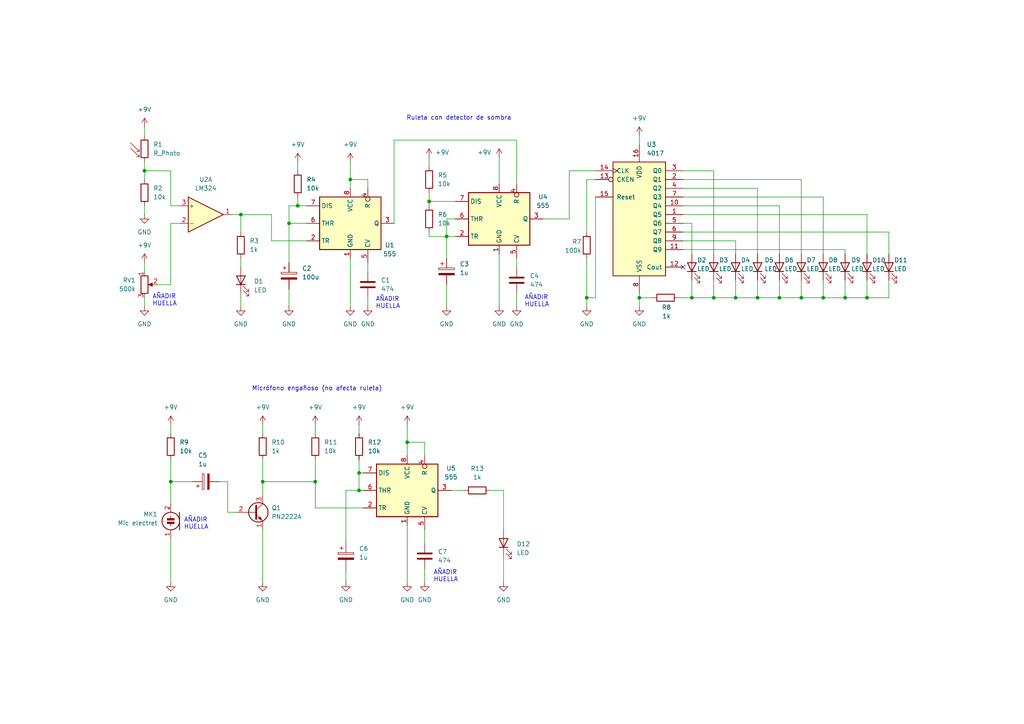
<source format=kicad_sch>
(kicad_sch (version 20250114) (generator "eeschema") (generator_version "9.0")
  (paper "A4")
  (title_block (title "Proyecto-02 - Grupo 05"))
  (lib_symbols
    (symbol "4xxx:4017" (pin_names (offset 1.016))
      (property "Reference" "U" (at -7.62 16.51 0))
      (property "Value" "4017" (at -7.62 -19.05 0))
      (symbol "4017_1_0"
        (pin input clock (at -12.7 12.7 0) (length 5.08) (name "CLK") (number "14"))
        (pin input inverted (at -12.7 10.16 0) (length 5.08) (name "CKEN") (number "13"))
        (pin input line (at -12.7 5.08 0) (length 5.08) (name "Reset") (number "15"))
        (pin power_in line (at 0 20.32 270) (length 5.08) (name "VDD") (number "16"))
        (pin power_in line (at 0 -22.86 90) (length 5.08) (name "VSS") (number "8"))
        (pin output line (at 12.7 12.7 180) (length 5.08) (name "Q0") (number "3"))
        (pin output line (at 12.7 10.16 180) (length 5.08) (name "Q1") (number "2"))
        (pin output line (at 12.7 7.62 180) (length 5.08) (name "Q2") (number "4"))
        (pin output line (at 12.7 5.08 180) (length 5.08) (name "Q3") (number "7"))
        (pin output line (at 12.7 2.54 180) (length 5.08) (name "Q4") (number "10"))
        (pin output line (at 12.7 0 180) (length 5.08) (name "Q5") (number "1"))
        (pin output line (at 12.7 -2.54 180) (length 5.08) (name "Q6") (number "5"))
        (pin output line (at 12.7 -5.08 180) (length 5.08) (name "Q7") (number "6"))
        (pin output line (at 12.7 -7.62 180) (length 5.08) (name "Q8") (number "9"))
        (pin output line (at 12.7 -10.16 180) (length 5.08) (name "Q9") (number "11"))
        (pin output line (at 12.7 -15.24 180) (length 5.08) (name "Cout") (number "12"))
      )
      (symbol "4017_1_1"
        (rectangle (start -7.62 15.24) (end 7.62 -17.78) (stroke (width 0.254)) (fill (type background)))
      )
    )
    (symbol "555_ordenado:555_wellOriented"
      (property "Reference" "U" (at 0 1.27 0))
      (property "Value" "555" (at 0 -0.762 0))
      (symbol "555_wellOriented_0_0"
        (pin power_in line (at 0 10.16 270) (length 2.54) (name "VCC") (number "8"))
        (pin power_in line (at 0 -10.16 90) (length 2.54) (name "GND") (number "1"))
      )
      (symbol "555_wellOriented_0_1"
        (rectangle (start -8.89 -7.62) (end 8.89 7.62) (stroke (width 0.254)) (fill (type background)))
        (rectangle (start -8.89 -7.62) (end 8.89 7.62) (stroke (width 0.254)) (fill (type background)))
      )
      (symbol "555_wellOriented_1_1"
        (pin input line (at -12.7 5.08 0) (length 3.81) (name "DIS") (number "7"))
        (pin input line (at -12.7 0 0) (length 3.81) (name "THR") (number "6"))
        (pin input line (at -12.7 -5.08 0) (length 3.81) (name "TR") (number "2"))
        (pin input inverted (at 5.08 10.16 270) (length 3.81) (name "R") (number "4"))
        (pin input line (at 5.08 -11.43 90) (length 3.81) (name "CV") (number "5"))
        (pin output line (at 12.7 0 180) (length 3.81) (name "Q") (number "3"))
      )
    )
    (symbol "Amplifier_Operational:LM324" (pin_names (offset 0.127))
      (property "Reference" "U" (at 0 5.08 0))
      (property "Value" "LM324" (at 0 -5.08 0))
      (symbol "LM324_1_1"
        (polyline (pts (xy -5.08 5.08) (xy 5.08 0) (xy -5.08 -5.08) (xy -5.08 5.08)) (stroke (width 0.254)) (fill (type background)))
        (pin input line (at -7.62 2.54 0) (length 2.54) (name "+") (number "3"))
        (pin input line (at -7.62 -2.54 0) (length 2.54) (name "-") (number "2"))
        (pin output line (at 7.62 0 180) (length 2.54) (name "~") (number "1"))
      )
      (symbol "LM324_2_1"
        (polyline (pts (xy -5.08 5.08) (xy 5.08 0) (xy -5.08 -5.08) (xy -5.08 5.08)) (stroke (width 0.254)) (fill (type background)))
        (pin input line (at -7.62 2.54 0) (length 2.54) (name "+") (number "5"))
        (pin input line (at -7.62 -2.54 0) (length 2.54) (name "-") (number "6"))
        (pin output line (at 7.62 0 180) (length 2.54) (name "~") (number "7"))
      )
      (symbol "LM324_3_1"
        (polyline (pts (xy -5.08 5.08) (xy 5.08 0) (xy -5.08 -5.08) (xy -5.08 5.08)) (stroke (width 0.254)) (fill (type background)))
        (pin input line (at -7.62 2.54 0) (length 2.54) (name "+") (number "10"))
        (pin input line (at -7.62 -2.54 0) (length 2.54) (name "-") (number "9"))
        (pin output line (at 7.62 0 180) (length 2.54) (name "~") (number "8"))
      )
      (symbol "LM324_4_1"
        (polyline (pts (xy -5.08 5.08) (xy 5.08 0) (xy -5.08 -5.08) (xy -5.08 5.08)) (stroke (width 0.254)) (fill (type background)))
        (pin input line (at -7.62 2.54 0) (length 2.54) (name "+") (number "12"))
        (pin input line (at -7.62 -2.54 0) (length 2.54) (name "-") (number "13"))
        (pin output line (at 7.62 0 180) (length 2.54) (name "~") (number "14"))
      )
      (symbol "LM324_5_1"
        (pin power_in line (at -2.54 7.62 270) (length 3.81) (name "V+") (number "4"))
        (pin power_in line (at -2.54 -7.62 90) (length 3.81) (name "V-") (number "11"))
      )
    )
    (symbol "Device:C" (pin_numbers (hide yes)) (pin_names (offset 0.254))
      (property "Reference" "C" (at 0.635 2.54 0))
      (property "Value" "C" (at 0.635 -2.54 0))
      (symbol "C_0_1"
        (polyline (pts (xy -2.032 0.762) (xy 2.032 0.762)) (stroke (width 0.508)))
        (polyline (pts (xy -2.032 -0.762) (xy 2.032 -0.762)) (stroke (width 0.508)))
      )
      (symbol "C_1_1"
        (pin passive line (at 0 3.81 270) (length 2.794) (name "~") (number "1"))
        (pin passive line (at 0 -3.81 90) (length 2.794) (name "~") (number "2"))
      )
    )
    (symbol "Device:C_Polarized" (pin_numbers (hide yes)) (pin_names (offset 0.254))
      (property "Reference" "C" (at 0.635 2.54 0))
      (property "Value" "C_Polarized" (at 0.635 -2.54 0))
      (symbol "C_Polarized_0_1"
        (rectangle (start -2.286 0.508) (end 2.286 1.016))
        (polyline (pts (xy -1.778 2.286) (xy -0.762 2.286)))
        (polyline (pts (xy -1.27 2.794) (xy -1.27 1.778)))
        (rectangle (start 2.286 -0.508) (end -2.286 -1.016) (fill (type outline)))
      )
      (symbol "C_Polarized_1_1"
        (pin passive line (at 0 3.81 270) (length 2.794) (name "~") (number "1"))
        (pin passive line (at 0 -3.81 90) (length 2.794) (name "~") (number "2"))
      )
    )
    (symbol "Device:LED" (pin_numbers (hide yes)) (pin_names (offset 1.016) (hide yes))
      (property "Reference" "D" (at 0 2.54 0))
      (property "Value" "LED" (at 0 -2.54 0))
      (symbol "LED_0_1"
        (polyline (pts (xy -3.048 -0.762) (xy -4.572 -2.286) (xy -3.81 -2.286) (xy -4.572 -2.286) (xy -4.572 -1.524)))
        (polyline (pts (xy -1.778 -0.762) (xy -3.302 -2.286) (xy -2.54 -2.286) (xy -3.302 -2.286) (xy -3.302 -1.524)))
        (polyline (pts (xy -1.27 0) (xy 1.27 0)))
        (polyline (pts (xy -1.27 -1.27) (xy -1.27 1.27)) (stroke (width 0.254)))
        (polyline (pts (xy 1.27 -1.27) (xy 1.27 1.27) (xy -1.27 0) (xy 1.27 -1.27)) (stroke (width 0.254)))
      )
      (symbol "LED_1_1"
        (pin passive line (at -3.81 0 0) (length 2.54) (name "K") (number "1"))
        (pin passive line (at 3.81 0 180) (length 2.54) (name "A") (number "2"))
      )
    )
    (symbol "Device:Microphone_Condenser" (pin_names (offset 0.0254) (hide yes))
      (property "Reference" "MK" (at -3.302 1.27 0))
      (property "Value" "Microphone_Condenser" (at -3.302 -0.635 0))
      (symbol "Microphone_Condenser_0_1"
        (polyline (pts (xy -2.54 2.54) (xy -2.54 -2.54)) (stroke (width 0.254)))
        (polyline (pts (xy 0 0.762) (xy 0 1.524)))
        (circle (center 0 0) (radius 2.54) (stroke (width 0.254)))
        (polyline (pts (xy 0 -0.762) (xy 0 -1.524)))
        (polyline (pts (xy 0.254 3.81) (xy 0.762 3.81)))
        (polyline (pts (xy 0.508 4.064) (xy 0.508 3.556)))
        (rectangle (start 1.016 0.762) (end -1.016 0.254) (fill (type outline)))
        (rectangle (start 1.016 -0.254) (end -1.016 -0.762) (fill (type outline)))
      )
      (symbol "Microphone_Condenser_1_1"
        (pin passive line (at 0 5.08 270) (length 2.54) (name "+") (number "2"))
        (pin passive line (at 0 -5.08 90) (length 2.54) (name "-") (number "1"))
      )
    )
    (symbol "Device:R" (pin_numbers (hide yes)) (pin_names (offset 0))
      (property "Reference" "R" (at 2.032 0 90))
      (property "Value" "R" (at 0 0 90))
      (symbol "R_0_1"
        (rectangle (start -1.016 -2.54) (end 1.016 2.54) (stroke (width 0.254)))
      )
      (symbol "R_1_1"
        (pin passive line (at 0 3.81 270) (length 1.27) (name "~") (number "1"))
        (pin passive line (at 0 -3.81 90) (length 1.27) (name "~") (number "2"))
      )
    )
    (symbol "Device:R_Photo" (pin_numbers (hide yes)) (pin_names (offset 0))
      (property "Reference" "R" (at 1.27 1.27 0))
      (property "Value" "R_Photo" (at 1.27 0 0))
      (symbol "R_Photo_0_1"
        (polyline (pts (xy -1.524 -0.762) (xy -4.064 1.778)))
        (polyline (pts (xy -1.524 -0.762) (xy -2.286 -0.762)))
        (polyline (pts (xy -1.524 -0.762) (xy -1.524 0)))
        (polyline (pts (xy -1.524 -2.286) (xy -4.064 0.254)))
        (polyline (pts (xy -1.524 -2.286) (xy -2.286 -2.286)))
        (polyline (pts (xy -1.524 -2.286) (xy -1.524 -1.524)))
        (rectangle (start -1.016 2.54) (end 1.016 -2.54) (stroke (width 0.254)))
      )
      (symbol "R_Photo_1_1"
        (pin passive line (at 0 3.81 270) (length 1.27) (name "~") (number "1"))
        (pin passive line (at 0 -3.81 90) (length 1.27) (name "~") (number "2"))
      )
    )
    (symbol "Device:R_Potentiometer" (pin_names (offset 1.016) (hide yes))
      (property "Reference" "RV" (at -4.445 0 90))
      (property "Value" "R_Potentiometer" (at -2.54 0 90))
      (symbol "R_Potentiometer_0_1"
        (rectangle (start 1.016 2.54) (end -1.016 -2.54) (stroke (width 0.254)))
        (polyline (pts (xy 1.143 0) (xy 2.286 0.508) (xy 2.286 -0.508) (xy 1.143 0)) (fill (type outline)))
        (polyline (pts (xy 2.54 0) (xy 1.524 0)))
      )
      (symbol "R_Potentiometer_1_1"
        (pin passive line (at 0 3.81 270) (length 1.27) (name "1") (number "1"))
        (pin passive line (at 0 -3.81 90) (length 1.27) (name "3") (number "3"))
        (pin passive line (at 3.81 0 180) (length 1.27) (name "2") (number "2"))
      )
    )
    (symbol "Transistor_BJT:PN2222A" (pin_names (offset 0) (hide yes))
      (property "Reference" "Q" (at 5.08 1.905 0))
      (property "Value" "PN2222A" (at 5.08 0 0))
      (symbol "PN2222A_0_1"
        (polyline (pts (xy -2.54 0) (xy 0.635 0)))
        (polyline (pts (xy 0.635 1.905) (xy 0.635 -1.905)) (stroke (width 0.508)))
        (circle (center 1.27 0) (radius 2.8194) (stroke (width 0.254)))
      )
      (symbol "PN2222A_1_1"
        (polyline (pts (xy 0.635 0.635) (xy 2.54 2.54)))
        (polyline (pts (xy 0.635 -0.635) (xy 2.54 -2.54)))
        (polyline (pts (xy 1.27 -1.778) (xy 1.778 -1.27) (xy 2.286 -2.286) (xy 1.27 -1.778)) (fill (type outline)))
        (pin input line (at -5.08 0 0) (length 2.54) (name "B") (number "2"))
        (pin passive line (at 2.54 5.08 270) (length 2.54) (name "C") (number "3"))
        (pin passive line (at 2.54 -5.08 90) (length 2.54) (name "E") (number "1"))
      )
    )
    (symbol "power:+9V" (power) (pin_numbers (hide yes)) (pin_names (offset 0) (hide yes))
      (property "Value" "+9V" (at 0 3.556 0))
      (symbol "+9V_0_1"
        (polyline (pts (xy -0.762 1.27) (xy 0 2.54)))
        (polyline (pts (xy 0 2.54) (xy 0.762 1.27)))
        (polyline (pts (xy 0 0) (xy 0 2.54)))
      )
      (symbol "+9V_1_1"
        (pin power_in line (at 0 0 90) (length 0) (name "~") (number "1"))
      )
    )
    (symbol "power:GND" (power) (pin_numbers (hide yes)) (pin_names (offset 0) (hide yes))
      (property "Value" "GND" (at 0 -3.81 0))
      (symbol "GND_0_1"
        (polyline (pts (xy 0 0) (xy 0 -1.27) (xy 1.27 -1.27) (xy 0 -2.54) (xy -1.27 -1.27) (xy 0 -1.27)))
      )
      (symbol "GND_1_1"
        (pin power_in line (at 0 0 270) (length 0) (name "~") (number "1"))
      )
    )
  )
  (text "AÑADIR\nHUELLA" (at 125.73 167.132 0) (effects (font (size 1.27 1.27)) (justify left)))
  (text "Micrófono engañoso (no afecta ruleta)" (at 91.948 112.776 0) (effects (font (size 1.27 1.27))))
  (text "Ruleta con detector de sombra" (at 133.096 34.29 0) (effects (font (size 1.27 1.27))))
  (text "AÑADIR\nHUELLA" (at 44.196 87.122 0) (effects (font (size 1.27 1.27)) (justify left)))
  (text "AÑADIR\nHUELLA" (at 152.146 87.376 0) (effects (font (size 1.27 1.27)) (justify left)))
  (text "AÑADIR\nHUELLA" (at 108.966 87.884 0) (effects (font (size 1.27 1.27)) (justify left)))
  (text "AÑADIR\nHUELLA" (at 53.34 151.892 0) (effects (font (size 1.27 1.27)) (justify left)))
  (junction (at 170.18 86.36))
  (junction (at 104.14 142.24))
  (junction (at 104.14 137.16))
  (junction (at 76.2 139.7))
  (junction (at 86.36 59.69))
  (junction (at 200.66 86.36))
  (junction (at 41.91 49.53))
  (junction (at 245.11 86.36))
  (junction (at 226.06 86.36))
  (junction (at 69.85 62.23))
  (junction (at 83.82 64.77))
  (junction (at 129.54 68.58))
  (junction (at 238.76 86.36))
  (junction (at 219.71 86.36))
  (junction (at 251.46 86.36))
  (junction (at 118.11 128.27))
  (junction (at 91.44 139.7))
  (junction (at 124.46 58.42))
  (junction (at 213.36 86.36))
  (junction (at 207.01 86.36))
  (junction (at 185.42 86.36))
  (junction (at 101.6 52.07))
  (junction (at 232.41 86.36))
  (junction (at 49.53 139.7))
  (no_connect (at 198.12 77.47))
  (wire (pts (xy 66.04 139.7) (xy 66.04 148.59)))
  (wire (pts (xy 198.12 57.15) (xy 238.76 57.15)))
  (wire (pts (xy 41.91 49.53) (xy 41.91 52.07)))
  (wire (pts (xy 213.36 86.36) (xy 219.71 86.36)))
  (wire (pts (xy 251.46 81.28) (xy 251.46 86.36)))
  (wire (pts (xy 185.42 85.09) (xy 185.42 86.36)))
  (wire (pts (xy 123.19 153.67) (xy 123.19 157.48)))
  (wire (pts (xy 104.14 133.35) (xy 104.14 137.16)))
  (wire (pts (xy 106.68 76.2) (xy 106.68 78.74)))
  (wire (pts (xy 91.44 125.73) (xy 91.44 123.19)))
  (wire (pts (xy 200.66 64.77) (xy 200.66 73.66)))
  (wire (pts (xy 83.82 64.77) (xy 83.82 76.2)))
  (wire (pts (xy 41.91 49.53) (xy 49.53 49.53)))
  (wire (pts (xy 78.74 69.85) (xy 78.74 62.23)))
  (wire (pts (xy 49.53 156.21) (xy 49.53 168.91)))
  (wire (pts (xy 49.53 133.35) (xy 49.53 139.7)))
  (wire (pts (xy 101.6 74.93) (xy 101.6 88.9)))
  (wire (pts (xy 146.05 153.67) (xy 146.05 142.24)))
  (wire (pts (xy 104.14 123.19) (xy 104.14 125.73)))
  (wire (pts (xy 213.36 69.85) (xy 213.36 73.66)))
  (wire (pts (xy 83.82 59.69) (xy 83.82 64.77)))
  (wire (pts (xy 118.11 128.27) (xy 118.11 132.08)))
  (wire (pts (xy 144.78 45.72) (xy 144.78 53.34)))
  (wire (pts (xy 114.3 64.77) (xy 114.3 40.64)))
  (wire (pts (xy 185.42 86.36) (xy 189.23 86.36)))
  (wire (pts (xy 86.36 57.15) (xy 86.36 59.69)))
  (wire (pts (xy 104.14 137.16) (xy 105.41 137.16)))
  (wire (pts (xy 198.12 62.23) (xy 251.46 62.23)))
  (wire (pts (xy 41.91 36.83) (xy 41.91 39.37)))
  (wire (pts (xy 170.18 67.31) (xy 170.18 52.07)))
  (wire (pts (xy 69.85 62.23) (xy 69.85 67.31)))
  (wire (pts (xy 124.46 58.42) (xy 132.08 58.42)))
  (wire (pts (xy 144.78 73.66) (xy 144.78 88.9)))
  (wire (pts (xy 219.71 54.61) (xy 219.71 73.66)))
  (wire (pts (xy 257.81 67.31) (xy 257.81 73.66)))
  (wire (pts (xy 170.18 86.36) (xy 170.18 74.93)))
  (wire (pts (xy 76.2 133.35) (xy 76.2 139.7)))
  (wire (pts (xy 251.46 62.23) (xy 251.46 73.66)))
  (wire (pts (xy 245.11 86.36) (xy 251.46 86.36)))
  (wire (pts (xy 41.91 46.99) (xy 41.91 49.53)))
  (wire (pts (xy 69.85 74.93) (xy 69.85 77.47)))
  (wire (pts (xy 185.42 39.37) (xy 185.42 41.91)))
  (wire (pts (xy 257.81 81.28) (xy 257.81 86.36)))
  (wire (pts (xy 83.82 64.77) (xy 88.9 64.77)))
  (wire (pts (xy 198.12 49.53) (xy 207.01 49.53)))
  (wire (pts (xy 124.46 55.88) (xy 124.46 58.42)))
  (wire (pts (xy 86.36 59.69) (xy 83.82 59.69)))
  (wire (pts (xy 118.11 123.19) (xy 118.11 128.27)))
  (wire (pts (xy 88.9 69.85) (xy 78.74 69.85)))
  (wire (pts (xy 106.68 52.07) (xy 101.6 52.07)))
  (wire (pts (xy 123.19 132.08) (xy 123.19 128.27)))
  (wire (pts (xy 232.41 81.28) (xy 232.41 86.36)))
  (wire (pts (xy 198.12 54.61) (xy 219.71 54.61)))
  (wire (pts (xy 124.46 67.31) (xy 124.46 68.58)))
  (wire (pts (xy 91.44 133.35) (xy 91.44 139.7)))
  (wire (pts (xy 76.2 139.7) (xy 76.2 143.51)))
  (wire (pts (xy 124.46 58.42) (xy 124.46 59.69)))
  (wire (pts (xy 185.42 86.36) (xy 185.42 88.9)))
  (wire (pts (xy 238.76 86.36) (xy 245.11 86.36)))
  (wire (pts (xy 219.71 86.36) (xy 226.06 86.36)))
  (wire (pts (xy 41.91 59.69) (xy 41.91 62.23)))
  (wire (pts (xy 41.91 88.9) (xy 41.91 86.36)))
  (wire (pts (xy 129.54 82.55) (xy 129.54 88.9)))
  (wire (pts (xy 207.01 86.36) (xy 200.66 86.36)))
  (wire (pts (xy 105.41 142.24) (xy 104.14 142.24)))
  (wire (pts (xy 172.72 86.36) (xy 170.18 86.36)))
  (wire (pts (xy 226.06 86.36) (xy 232.41 86.36)))
  (wire (pts (xy 245.11 81.28) (xy 245.11 86.36)))
  (wire (pts (xy 198.12 69.85) (xy 213.36 69.85)))
  (wire (pts (xy 198.12 59.69) (xy 226.06 59.69)))
  (wire (pts (xy 67.31 62.23) (xy 69.85 62.23)))
  (wire (pts (xy 41.91 76.2) (xy 41.91 78.74)))
  (wire (pts (xy 232.41 52.07) (xy 232.41 73.66)))
  (wire (pts (xy 100.33 157.48) (xy 100.33 142.24)))
  (wire (pts (xy 149.86 85.09) (xy 149.86 88.9)))
  (wire (pts (xy 149.86 40.64) (xy 149.86 53.34)))
  (wire (pts (xy 106.68 54.61) (xy 106.68 52.07)))
  (wire (pts (xy 196.85 86.36) (xy 200.66 86.36)))
  (wire (pts (xy 123.19 165.1) (xy 123.19 168.91)))
  (wire (pts (xy 157.48 63.5) (xy 165.1 63.5)))
  (wire (pts (xy 198.12 64.77) (xy 200.66 64.77)))
  (wire (pts (xy 238.76 81.28) (xy 238.76 86.36)))
  (wire (pts (xy 69.85 85.09) (xy 69.85 88.9)))
  (wire (pts (xy 88.9 59.69) (xy 86.36 59.69)))
  (wire (pts (xy 101.6 46.99) (xy 101.6 52.07)))
  (wire (pts (xy 49.53 49.53) (xy 49.53 59.69)))
  (wire (pts (xy 226.06 59.69) (xy 226.06 73.66)))
  (wire (pts (xy 251.46 86.36) (xy 257.81 86.36)))
  (wire (pts (xy 91.44 147.32) (xy 91.44 139.7)))
  (wire (pts (xy 100.33 142.24) (xy 104.14 142.24)))
  (wire (pts (xy 207.01 81.28) (xy 207.01 86.36)))
  (wire (pts (xy 52.07 64.77) (xy 49.53 64.77)))
  (wire (pts (xy 49.53 64.77) (xy 49.53 82.55)))
  (wire (pts (xy 198.12 67.31) (xy 257.81 67.31)))
  (wire (pts (xy 245.11 72.39) (xy 245.11 73.66)))
  (wire (pts (xy 165.1 63.5) (xy 165.1 49.53)))
  (wire (pts (xy 219.71 81.28) (xy 219.71 86.36)))
  (wire (pts (xy 198.12 72.39) (xy 245.11 72.39)))
  (wire (pts (xy 207.01 49.53) (xy 207.01 73.66)))
  (wire (pts (xy 49.53 123.19) (xy 49.53 125.73)))
  (wire (pts (xy 118.11 152.4) (xy 118.11 168.91)))
  (wire (pts (xy 49.53 59.69) (xy 52.07 59.69)))
  (wire (pts (xy 101.6 52.07) (xy 101.6 54.61)))
  (wire (pts (xy 129.54 68.58) (xy 129.54 74.93)))
  (wire (pts (xy 198.12 52.07) (xy 232.41 52.07)))
  (wire (pts (xy 76.2 123.19) (xy 76.2 125.73)))
  (wire (pts (xy 146.05 142.24) (xy 142.24 142.24)))
  (wire (pts (xy 55.88 139.7) (xy 49.53 139.7)))
  (wire (pts (xy 238.76 57.15) (xy 238.76 73.66)))
  (wire (pts (xy 76.2 153.67) (xy 76.2 168.91)))
  (wire (pts (xy 83.82 83.82) (xy 83.82 88.9)))
  (wire (pts (xy 226.06 81.28) (xy 226.06 86.36)))
  (wire (pts (xy 124.46 68.58) (xy 129.54 68.58)))
  (wire (pts (xy 45.72 82.55) (xy 49.53 82.55)))
  (wire (pts (xy 123.19 128.27) (xy 118.11 128.27)))
  (wire (pts (xy 213.36 81.28) (xy 213.36 86.36)))
  (wire (pts (xy 49.53 139.7) (xy 49.53 146.05)))
  (wire (pts (xy 124.46 45.72) (xy 124.46 48.26)))
  (wire (pts (xy 200.66 86.36) (xy 200.66 81.28)))
  (wire (pts (xy 129.54 63.5) (xy 132.08 63.5)))
  (wire (pts (xy 130.81 142.24) (xy 134.62 142.24)))
  (wire (pts (xy 232.41 86.36) (xy 238.76 86.36)))
  (wire (pts (xy 104.14 142.24) (xy 104.14 137.16)))
  (wire (pts (xy 129.54 68.58) (xy 132.08 68.58)))
  (wire (pts (xy 66.04 148.59) (xy 68.58 148.59)))
  (wire (pts (xy 170.18 52.07) (xy 172.72 52.07)))
  (wire (pts (xy 165.1 49.53) (xy 172.72 49.53)))
  (wire (pts (xy 91.44 139.7) (xy 76.2 139.7)))
  (wire (pts (xy 86.36 46.99) (xy 86.36 49.53)))
  (wire (pts (xy 129.54 63.5) (xy 129.54 68.58)))
  (wire (pts (xy 78.74 62.23) (xy 69.85 62.23)))
  (wire (pts (xy 106.68 86.36) (xy 106.68 88.9)))
  (wire (pts (xy 100.33 165.1) (xy 100.33 168.91)))
  (wire (pts (xy 63.5 139.7) (xy 66.04 139.7)))
  (wire (pts (xy 172.72 57.15) (xy 172.72 86.36)))
  (wire (pts (xy 170.18 88.9) (xy 170.18 86.36)))
  (wire (pts (xy 146.05 161.29) (xy 146.05 168.91)))
  (wire (pts (xy 105.41 147.32) (xy 91.44 147.32)))
  (wire (pts (xy 207.01 86.36) (xy 213.36 86.36)))
  (wire (pts (xy 114.3 40.64) (xy 149.86 40.64)))
  (wire (pts (xy 149.86 74.93) (xy 149.86 77.47)))
  (symbol (lib_id "power:GND") (at 100.33 168.91 0) (unit 1)
    (property "Reference" "#PWR028" (effects (hide yes)))
    (property "Value" "GND" (at 100.33 173.99 0))
    (property "Description" "Power symbol creates a global label with name \"GND\" , ground" (effects (hide yes)))
  )
  (symbol (lib_id "power:+9V") (at 91.44 123.19 0) (unit 1)
    (property "Reference" "#PWR023" (effects (hide yes)))
    (property "Value" "+9V" (at 91.44 118.11 0))
    (property "Description" "Power symbol creates a global label with name \"+9V\"" (effects (hide yes)))
  )
  (symbol (lib_id "power:+9V") (at 101.6 46.99 0) (unit 1)
    (property "Reference" "#PWR08" (effects (hide yes)))
    (property "Value" "+9V" (at 101.6 41.91 0))
    (property "Description" "Power symbol creates a global label with name \"+9V\"" (effects (hide yes)))
  )
  (symbol (lib_id "power:GND") (at 123.19 168.91 0) (unit 1)
    (property "Reference" "#PWR026" (effects (hide yes)))
    (property "Value" "GND" (at 123.19 173.99 0))
    (property "Description" "Power symbol creates a global label with name \"GND\" , ground" (effects (hide yes)))
  )
  (symbol (lib_id "power:GND") (at 41.91 62.23 0) (unit 1)
    (property "Reference" "#PWR03" (effects (hide yes)))
    (property "Value" "GND" (at 41.91 67.31 0))
    (property "Description" "Power symbol creates a global label with name \"GND\" , ground" (effects (hide yes)))
  )
  (symbol (lib_id "Device:C") (at 123.19 161.29 0) (unit 1)
    (property "Reference" "C7" (at 127 160.0199 0) (effects (justify left)))
    (property "Value" "474" (at 127 162.5599 0) (effects (justify left)))
    (property "Description" "Unpolarized capacitor" (effects (hide yes)))
  )
  (symbol (lib_id "4xxx:4017") (at 185.42 62.23 0) (unit 1)
    (property "Reference" "U3" (at 187.5633 41.91 0) (effects (justify left)))
    (property "Value" "4017" (at 187.5633 44.45 0) (effects (justify left)))
    (property "Footprint" "Package_DIP:DIP-16_W7.62mm_Socket_LongPads" (effects (hide yes)))
    (property "Datasheet" "http://www.intersil.com/content/dam/Intersil/documents/cd40/cd4017bms-22bms.pdf" (effects (hide yes)))
    (property "Description" "Johnson Counter ( 10 outputs )" (effects (hide yes)))
  )
  (symbol (lib_id "Device:LED") (at 146.05 157.48 90) (unit 1)
    (property "Reference" "D12" (at 149.86 157.7974 90) (effects (justify right)))
    (property "Value" "LED" (at 149.86 160.3374 90) (effects (justify right)))
    (property "Footprint" "LED_THT:LED_D5.0mm" (effects (hide yes)))
    (property "Description" "Light emitting diode" (effects (hide yes)))
    (property "Sim.Pins" "1=K 2=A" (effects (hide yes)))
  )
  (symbol (lib_id "power:GND") (at 144.78 88.9 0) (unit 1)
    (property "Reference" "#PWR018" (effects (hide yes)))
    (property "Value" "GND" (at 144.78 93.98 0))
    (property "Description" "Power symbol creates a global label with name \"GND\" , ground" (effects (hide yes)))
  )
  (symbol (lib_id "power:GND") (at 129.54 88.9 0) (unit 1)
    (property "Reference" "#PWR010" (effects (hide yes)))
    (property "Value" "GND" (at 129.54 93.98 0))
    (property "Description" "Power symbol creates a global label with name \"GND\" , ground" (effects (hide yes)))
  )
  (symbol (lib_id "555_ordenado:555_wellOriented") (at 144.78 63.5 0) (unit 1)
    (property "Reference" "U4" (at 157.48 57.0798 0))
    (property "Value" "555" (at 157.48 59.6198 0))
    (property "Footprint" "Package_DIP:DIP-8_W7.62mm_Socket_LongPads" (effects (hide yes)))
  )
  (symbol (lib_id "power:+9V") (at 41.91 36.83 0) (unit 1)
    (property "Reference" "#PWR04" (effects (hide yes)))
    (property "Value" "+9V" (at 41.91 31.75 0))
    (property "Description" "Power symbol creates a global label with name \"+9V\"" (effects (hide yes)))
  )
  (symbol (lib_id "power:+9V") (at 86.36 46.99 0) (unit 1)
    (property "Reference" "#PWR011" (effects (hide yes)))
    (property "Value" "+9V" (at 86.36 41.91 0))
    (property "Description" "Power symbol creates a global label with name \"+9V\"" (effects (hide yes)))
  )
  (symbol (lib_id "power:+9V") (at 76.2 123.19 0) (unit 1)
    (property "Reference" "#PWR022" (effects (hide yes)))
    (property "Value" "+9V" (at 76.2 118.11 0))
    (property "Description" "Power symbol creates a global label with name \"+9V\"" (effects (hide yes)))
  )
  (symbol (lib_id "Device:R_Potentiometer") (at 41.91 82.55 0) (unit 1)
    (property "Reference" "RV1" (at 39.37 81.2799 0) (effects (justify right)))
    (property "Value" "500k" (at 39.37 83.8199 0) (effects (justify right)))
    (property "Description" "Potentiometer" (effects (hide yes)))
  )
  (symbol (lib_id "power:+9V") (at 41.91 76.2 0) (unit 1)
    (property "Reference" "#PWR02" (effects (hide yes)))
    (property "Value" "+9V" (at 41.91 71.12 0))
    (property "Description" "Power symbol creates a global label with name \"+9V\"" (effects (hide yes)))
  )
  (symbol (lib_id "Device:LED") (at 200.66 77.47 90) (unit 1)
    (property "Reference" "D2" (at 202.184 75.438 90) (effects (justify right)))
    (property "Value" "LED" (at 202.184 77.978 90) (effects (justify right)))
    (property "Footprint" "LED_THT:LED_D5.0mm" (effects (hide yes)))
    (property "Description" "Light emitting diode" (effects (hide yes)))
    (property "Sim.Pins" "1=K 2=A" (effects (hide yes)))
  )
  (symbol (lib_id "Device:C") (at 106.68 82.55 0) (unit 1)
    (property "Reference" "C1" (at 110.49 81.2799 0) (effects (justify left)))
    (property "Value" "474" (at 110.49 83.8199 0) (effects (justify left)))
    (property "Description" "Unpolarized capacitor" (effects (hide yes)))
  )
  (symbol (lib_id "Device:C") (at 149.86 81.28 0) (unit 1)
    (property "Reference" "C4" (at 153.67 80.0099 0) (effects (justify left)))
    (property "Value" "474" (at 153.67 82.5499 0) (effects (justify left)))
    (property "Description" "Unpolarized capacitor" (effects (hide yes)))
  )
  (symbol (lib_id "Device:R") (at 91.44 129.54 0) (unit 1)
    (property "Reference" "R11" (at 93.98 128.2699 0) (effects (justify left)))
    (property "Value" "10k" (at 93.98 130.8099 0) (effects (justify left)))
    (property "Footprint" "Resistor_THT:R_Axial_DIN0207_L6.3mm_D2.5mm_P10.16mm_Horizontal" (effects (hide yes)))
    (property "Description" "Resistor" (effects (hide yes)))
  )
  (symbol (lib_id "Device:R") (at 76.2 129.54 0) (unit 1)
    (property "Reference" "R10" (at 78.74 128.2699 0) (effects (justify left)))
    (property "Value" "1k" (at 78.74 130.8099 0) (effects (justify left)))
    (property "Footprint" "Resistor_THT:R_Axial_DIN0207_L6.3mm_D2.5mm_P10.16mm_Horizontal" (effects (hide yes)))
    (property "Description" "Resistor" (effects (hide yes)))
  )
  (symbol (lib_id "power:+9V") (at 144.78 45.72 0) (unit 1)
    (property "Reference" "#PWR017" (effects (hide yes)))
    (property "Value" "+9V" (at 140.462 44.196 0))
    (property "Description" "Power symbol creates a global label with name \"+9V\"" (effects (hide yes)))
  )
  (symbol (lib_id "power:GND") (at 146.05 168.91 0) (unit 1)
    (property "Reference" "#PWR029" (effects (hide yes)))
    (property "Value" "GND" (at 146.05 173.99 0))
    (property "Description" "Power symbol creates a global label with name \"GND\" , ground" (effects (hide yes)))
  )
  (symbol (lib_id "Device:Microphone_Condenser") (at 49.53 151.13 0) (mirror y) (unit 1)
    (property "Reference" "MK1" (at 45.72 149.1614 0) (effects (justify left)))
    (property "Value" "Mic electret" (at 45.72 151.7014 0) (effects (justify left)))
    (property "Description" "Condenser microphone" (effects (hide yes)))
  )
  (symbol (lib_id "Device:R_Photo") (at 41.91 43.18 0) (unit 1)
    (property "Reference" "R1" (at 44.45 41.9099 0) (effects (justify left)))
    (property "Value" "R_Photo" (at 44.45 44.4499 0) (effects (justify left)))
    (property "Footprint" "OptoDevice:R_LDR_5.1x4.3mm_P3.4mm_Vertical" (effects (hide yes)))
    (property "Description" "Photoresistor" (effects (hide yes)))
  )
  (symbol (lib_id "Device:C_Polarized") (at 59.69 139.7 90) (unit 1)
    (property "Reference" "C5" (at 58.801 132.08 90))
    (property "Value" "1u" (at 58.801 134.62 90))
    (property "Footprint" "Capacitor_THT:CP_Radial_D6.3mm_P2.50mm" (effects (hide yes)))
    (property "Description" "Polarized capacitor" (effects (hide yes)))
  )
  (symbol (lib_id "Device:R") (at 86.36 53.34 0) (unit 1)
    (property "Reference" "R4" (at 88.9 52.0699 0) (effects (justify left)))
    (property "Value" "10k" (at 88.9 54.6099 0) (effects (justify left)))
    (property "Footprint" "Resistor_THT:R_Axial_DIN0207_L6.3mm_D2.5mm_P10.16mm_Horizontal" (effects (hide yes)))
    (property "Description" "Resistor" (effects (hide yes)))
  )
  (symbol (lib_id "power:GND") (at 101.6 88.9 0) (unit 1)
    (property "Reference" "#PWR06" (effects (hide yes)))
    (property "Value" "GND" (at 101.6 93.98 0))
    (property "Description" "Power symbol creates a global label with name \"GND\" , ground" (effects (hide yes)))
  )
  (symbol (lib_id "Device:LED") (at 207.01 77.47 90) (unit 1)
    (property "Reference" "D3" (at 208.534 75.438 90) (effects (justify right)))
    (property "Value" "LED" (at 208.534 77.978 90) (effects (justify right)))
    (property "Footprint" "LED_THT:LED_D5.0mm" (effects (hide yes)))
    (property "Description" "Light emitting diode" (effects (hide yes)))
    (property "Sim.Pins" "1=K 2=A" (effects (hide yes)))
  )
  (symbol (lib_id "Device:LED") (at 245.11 77.47 90) (unit 1)
    (property "Reference" "D9" (at 246.888 75.438 90) (effects (justify right)))
    (property "Value" "LED" (at 246.888 77.978 90) (effects (justify right)))
    (property "Footprint" "LED_THT:LED_D5.0mm" (effects (hide yes)))
    (property "Description" "Light emitting diode" (effects (hide yes)))
    (property "Sim.Pins" "1=K 2=A" (effects (hide yes)))
  )
  (symbol (lib_id "power:+9V") (at 118.11 123.19 0) (unit 1)
    (property "Reference" "#PWR024" (effects (hide yes)))
    (property "Value" "+9V" (at 118.11 118.11 0))
    (property "Description" "Power symbol creates a global label with name \"+9V\"" (effects (hide yes)))
  )
  (symbol (lib_id "power:GND") (at 170.18 88.9 0) (unit 1)
    (property "Reference" "#PWR014" (effects (hide yes)))
    (property "Value" "GND" (at 170.18 93.98 0))
    (property "Description" "Power symbol creates a global label with name \"GND\" , ground" (effects (hide yes)))
  )
  (symbol (lib_id "Device:LED") (at 232.41 77.47 90) (unit 1)
    (property "Reference" "D7" (at 233.934 75.438 90) (effects (justify right)))
    (property "Value" "LED" (at 233.934 77.978 90) (effects (justify right)))
    (property "Footprint" "LED_THT:LED_D5.0mm" (effects (hide yes)))
    (property "Description" "Light emitting diode" (effects (hide yes)))
    (property "Sim.Pins" "1=K 2=A" (effects (hide yes)))
  )
  (symbol (lib_id "Device:LED") (at 257.81 77.47 90) (unit 1)
    (property "Reference" "D11" (at 259.334 75.438 90) (effects (justify right)))
    (property "Value" "LED" (at 259.334 77.978 90) (effects (justify right)))
    (property "Footprint" "LED_THT:LED_D5.0mm" (effects (hide yes)))
    (property "Description" "Light emitting diode" (effects (hide yes)))
    (property "Sim.Pins" "1=K 2=A" (effects (hide yes)))
  )
  (symbol (lib_id "555_ordenado:555_wellOriented") (at 118.11 142.24 0) (unit 1)
    (property "Reference" "U5" (at 130.81 135.8198 0))
    (property "Value" "555" (at 130.81 138.3598 0))
    (property "Footprint" "Package_DIP:DIP-8_W7.62mm_Socket_LongPads" (effects (hide yes)))
  )
  (symbol (lib_id "power:+9V") (at 124.46 45.72 0) (unit 1)
    (property "Reference" "#PWR016" (effects (hide yes)))
    (property "Value" "+9V" (at 128.27 44.196 0))
    (property "Description" "Power symbol creates a global label with name \"+9V\"" (effects (hide yes)))
  )
  (symbol (lib_id "power:GND") (at 49.53 168.91 0) (unit 1)
    (property "Reference" "#PWR015" (effects (hide yes)))
    (property "Value" "GND" (at 49.53 173.99 0))
    (property "Description" "Power symbol creates a global label with name \"GND\" , ground" (effects (hide yes)))
  )
  (symbol (lib_id "Device:LED") (at 251.46 77.47 90) (unit 1)
    (property "Reference" "D10" (at 252.984 75.438 90) (effects (justify right)))
    (property "Value" "LED" (at 252.984 77.978 90) (effects (justify right)))
    (property "Footprint" "LED_THT:LED_D5.0mm" (effects (hide yes)))
    (property "Description" "Light emitting diode" (effects (hide yes)))
    (property "Sim.Pins" "1=K 2=A" (effects (hide yes)))
  )
  (symbol (lib_id "Device:R") (at 124.46 63.5 0) (unit 1)
    (property "Reference" "R6" (at 127 62.2299 0) (effects (justify left)))
    (property "Value" "10k" (at 127 64.7699 0) (effects (justify left)))
    (property "Footprint" "Resistor_THT:R_Axial_DIN0207_L6.3mm_D2.5mm_P10.16mm_Horizontal" (effects (hide yes)))
    (property "Description" "Resistor" (effects (hide yes)))
  )
  (symbol (lib_id "power:GND") (at 76.2 168.91 0) (unit 1)
    (property "Reference" "#PWR021" (effects (hide yes)))
    (property "Value" "GND" (at 76.2 173.99 0))
    (property "Description" "Power symbol creates a global label with name \"GND\" , ground" (effects (hide yes)))
  )
  (symbol (lib_id "Device:R") (at 104.14 129.54 0) (unit 1)
    (property "Reference" "R12" (at 106.68 128.2699 0) (effects (justify left)))
    (property "Value" "10k" (at 106.68 130.8099 0) (effects (justify left)))
    (property "Footprint" "Resistor_THT:R_Axial_DIN0207_L6.3mm_D2.5mm_P10.16mm_Horizontal" (effects (hide yes)))
    (property "Description" "Resistor" (effects (hide yes)))
  )
  (symbol (lib_id "555_ordenado:555_wellOriented") (at 101.6 64.77 0) (unit 1)
    (property "Reference" "U1" (at 113.03 71.12 0))
    (property "Value" "555" (at 113.03 73.66 0))
    (property "Footprint" "Package_DIP:DIP-8_W7.62mm_Socket_LongPads" (effects (hide yes)))
  )
  (symbol (lib_id "Device:LED") (at 238.76 77.47 90) (unit 1)
    (property "Reference" "D8" (at 240.284 75.438 90) (effects (justify right)))
    (property "Value" "LED" (at 240.284 77.978 90) (effects (justify right)))
    (property "Footprint" "LED_THT:LED_D5.0mm" (effects (hide yes)))
    (property "Description" "Light emitting diode" (effects (hide yes)))
    (property "Sim.Pins" "1=K 2=A" (effects (hide yes)))
  )
  (symbol (lib_id "power:GND") (at 41.91 88.9 0) (unit 1)
    (property "Reference" "#PWR01" (effects (hide yes)))
    (property "Value" "GND" (at 41.91 93.98 0))
    (property "Description" "Power symbol creates a global label with name \"GND\" , ground" (effects (hide yes)))
  )
  (symbol (lib_id "power:GND") (at 185.42 88.9 0) (unit 1)
    (property "Reference" "#PWR013" (effects (hide yes)))
    (property "Value" "GND" (at 185.42 93.98 0))
    (property "Description" "Power symbol creates a global label with name \"GND\" , ground" (effects (hide yes)))
  )
  (symbol (lib_id "Device:R") (at 41.91 55.88 180) (unit 1)
    (property "Reference" "R2" (at 44.45 54.6099 0) (effects (justify right)))
    (property "Value" "10k" (at 44.45 57.1499 0) (effects (justify right)))
    (property "Footprint" "Resistor_THT:R_Axial_DIN0207_L6.3mm_D2.5mm_P10.16mm_Horizontal" (effects (hide yes)))
    (property "Description" "Resistor" (effects (hide yes)))
  )
  (symbol (lib_id "Device:R") (at 170.18 71.12 0) (unit 1)
    (property "Reference" "R7" (at 168.656 70.104 0) (effects (justify right)))
    (property "Value" "100k" (at 168.656 72.644 0) (effects (justify right)))
    (property "Footprint" "Resistor_THT:R_Axial_DIN0207_L6.3mm_D2.5mm_P10.16mm_Horizontal" (effects (hide yes)))
    (property "Description" "Resistor" (effects (hide yes)))
  )
  (symbol (lib_id "Device:C_Polarized") (at 129.54 78.74 0) (unit 1)
    (property "Reference" "C3" (at 133.35 76.5809 0) (effects (justify left)))
    (property "Value" "1u" (at 133.35 79.1209 0) (effects (justify left)))
    (property "Footprint" "Capacitor_THT:CP_Radial_D6.3mm_P2.50mm" (effects (hide yes)))
    (property "Description" "Polarized capacitor" (effects (hide yes)))
  )
  (symbol (lib_id "power:GND") (at 83.82 88.9 0) (unit 1)
    (property "Reference" "#PWR09" (effects (hide yes)))
    (property "Value" "GND" (at 83.82 93.98 0))
    (property "Description" "Power symbol creates a global label with name \"GND\" , ground" (effects (hide yes)))
  )
  (symbol (lib_id "Device:R") (at 49.53 129.54 0) (unit 1)
    (property "Reference" "R9" (at 52.07 128.2699 0) (effects (justify left)))
    (property "Value" "10k" (at 52.07 130.8099 0) (effects (justify left)))
    (property "Footprint" "Resistor_THT:R_Axial_DIN0207_L6.3mm_D2.5mm_P10.16mm_Horizontal" (effects (hide yes)))
    (property "Description" "Resistor" (effects (hide yes)))
  )
  (symbol (lib_id "power:+9V") (at 49.53 123.19 0) (unit 1)
    (property "Reference" "#PWR020" (effects (hide yes)))
    (property "Value" "+9V" (at 49.53 118.11 0))
    (property "Description" "Power symbol creates a global label with name \"+9V\"" (effects (hide yes)))
  )
  (symbol (lib_id "power:GND") (at 69.85 88.9 0) (unit 1)
    (property "Reference" "#PWR05" (effects (hide yes)))
    (property "Value" "GND" (at 69.85 93.98 0))
    (property "Description" "Power symbol creates a global label with name \"GND\" , ground" (effects (hide yes)))
  )
  (symbol (lib_id "Transistor_BJT:PN2222A") (at 73.66 148.59 0) (unit 1)
    (property "Reference" "Q1" (at 78.74 147.3199 0) (effects (justify left)))
    (property "Value" "PN2222A" (at 78.74 149.8599 0) (effects (justify left)))
    (property "Footprint" "Package_TO_SOT_THT:TO-92_Inline" (effects (hide yes)))
    (property "Datasheet" "https://www.onsemi.com/pub/Collateral/PN2222-D.PDF" (effects (hide yes)))
    (property "Description" "1A Ic, 40V Vce, NPN Transistor, General Purpose Transistor, TO-92" (effects (hide yes)))
  )
  (symbol (lib_id "Device:C_Polarized") (at 100.33 161.29 0) (unit 1)
    (property "Reference" "C6" (at 104.14 159.1309 0) (effects (justify left)))
    (property "Value" "1u" (at 104.14 161.6709 0) (effects (justify left)))
    (property "Footprint" "Capacitor_THT:CP_Radial_D6.3mm_P2.50mm" (effects (hide yes)))
    (property "Description" "Polarized capacitor" (effects (hide yes)))
  )
  (symbol (lib_id "Device:R") (at 124.46 52.07 0) (unit 1)
    (property "Reference" "R5" (at 127 50.7999 0) (effects (justify left)))
    (property "Value" "10k" (at 127 53.3399 0) (effects (justify left)))
    (property "Footprint" "Resistor_THT:R_Axial_DIN0207_L6.3mm_D2.5mm_P10.16mm_Horizontal" (effects (hide yes)))
    (property "Description" "Resistor" (effects (hide yes)))
  )
  (symbol (lib_id "power:GND") (at 106.68 88.9 0) (unit 1)
    (property "Reference" "#PWR07" (effects (hide yes)))
    (property "Value" "GND" (at 106.68 93.98 0))
    (property "Description" "Power symbol creates a global label with name \"GND\" , ground" (effects (hide yes)))
  )
  (symbol (lib_id "Device:R") (at 69.85 71.12 0) (unit 1)
    (property "Reference" "R3" (at 72.39 69.8499 0) (effects (justify left)))
    (property "Value" "1k" (at 72.39 72.3899 0) (effects (justify left)))
    (property "Footprint" "Resistor_THT:R_Axial_DIN0207_L6.3mm_D2.5mm_P10.16mm_Horizontal" (effects (hide yes)))
    (property "Description" "Resistor" (effects (hide yes)))
  )
  (symbol (lib_id "power:+9V") (at 104.14 123.19 0) (unit 1)
    (property "Reference" "#PWR027" (effects (hide yes)))
    (property "Value" "+9V" (at 104.14 118.11 0))
    (property "Description" "Power symbol creates a global label with name \"+9V\"" (effects (hide yes)))
  )
  (symbol (lib_id "Device:LED") (at 69.85 81.28 90) (unit 1)
    (property "Reference" "D1" (at 73.66 81.5974 90) (effects (justify right)))
    (property "Value" "LED" (at 73.66 84.1374 90) (effects (justify right)))
    (property "Footprint" "LED_THT:LED_D5.0mm" (effects (hide yes)))
    (property "Description" "Light emitting diode" (effects (hide yes)))
    (property "Sim.Pins" "1=K 2=A" (effects (hide yes)))
  )
  (symbol (lib_id "Device:LED") (at 226.06 77.47 90) (unit 1)
    (property "Reference" "D6" (at 227.584 75.438 90) (effects (justify right)))
    (property "Value" "LED" (at 227.584 77.978 90) (effects (justify right)))
    (property "Footprint" "LED_THT:LED_D5.0mm" (effects (hide yes)))
    (property "Description" "Light emitting diode" (effects (hide yes)))
    (property "Sim.Pins" "1=K 2=A" (effects (hide yes)))
  )
  (symbol (lib_id "power:GND") (at 118.11 168.91 0) (unit 1)
    (property "Reference" "#PWR025" (effects (hide yes)))
    (property "Value" "GND" (at 118.11 173.99 0))
    (property "Description" "Power symbol creates a global label with name \"GND\" , ground" (effects (hide yes)))
  )
  (symbol (lib_id "Amplifier_Operational:LM324") (at 59.69 62.23 0) (unit 1)
    (property "Reference" "U2" (at 59.69 52.07 0))
    (property "Value" "LM324" (at 59.69 54.61 0))
    (property "Footprint" "Package_DIP:DIP-14_W7.62mm_Socket_LongPads" (effects (hide yes)))
    (property "Datasheet" "http://www.ti.com/lit/ds/symlink/lm2902-n.pdf" (effects (hide yes)))
    (property "Description" "Low-Power, Quad-Operational Amplifiers, DIP-14/SOIC-14/SSOP-14" (effects (hide yes)))
  )
  (symbol (lib_id "power:+9V") (at 185.42 39.37 0) (unit 1)
    (property "Reference" "#PWR012" (effects (hide yes)))
    (property "Value" "+9V" (at 185.42 34.29 0))
    (property "Description" "Power symbol creates a global label with name \"+9V\"" (effects (hide yes)))
  )
  (symbol (lib_id "Device:LED") (at 219.71 77.47 90) (unit 1)
    (property "Reference" "D5" (at 221.742 75.438 90) (effects (justify right)))
    (property "Value" "LED" (at 221.742 77.978 90) (effects (justify right)))
    (property "Footprint" "LED_THT:LED_D5.0mm" (effects (hide yes)))
    (property "Description" "Light emitting diode" (effects (hide yes)))
    (property "Sim.Pins" "1=K 2=A" (effects (hide yes)))
  )
  (symbol (lib_id "power:GND") (at 149.86 88.9 0) (unit 1)
    (property "Reference" "#PWR019" (effects (hide yes)))
    (property "Value" "GND" (at 149.86 93.98 0))
    (property "Description" "Power symbol creates a global label with name \"GND\" , ground" (effects (hide yes)))
  )
  (symbol (lib_id "Device:R") (at 138.43 142.24 90) (unit 1)
    (property "Reference" "R13" (at 138.43 135.89 90))
    (property "Value" "1k" (at 138.43 138.43 90))
    (property "Footprint" "Resistor_THT:R_Axial_DIN0207_L6.3mm_D2.5mm_P10.16mm_Horizontal" (effects (hide yes)))
    (property "Description" "Resistor" (effects (hide yes)))
  )
  (symbol (lib_id "Device:LED") (at 213.36 77.47 90) (unit 1)
    (property "Reference" "D4" (at 214.884 75.438 90) (effects (justify right)))
    (property "Value" "LED" (at 214.884 77.978 90) (effects (justify right)))
    (property "Footprint" "LED_THT:LED_D5.0mm" (effects (hide yes)))
    (property "Description" "Light emitting diode" (effects (hide yes)))
    (property "Sim.Pins" "1=K 2=A" (effects (hide yes)))
  )
  (symbol (lib_id "Device:R") (at 193.04 86.36 270) (unit 1)
    (property "Reference" "R8" (at 193.294 89.154 90))
    (property "Value" "1k" (at 193.294 91.694 90))
    (property "Footprint" "Resistor_THT:R_Axial_DIN0207_L6.3mm_D2.5mm_P10.16mm_Horizontal" (effects (hide yes)))
    (property "Description" "Resistor" (effects (hide yes)))
  )
  (symbol (lib_id "Device:C_Polarized") (at 83.82 80.01 0) (unit 1)
    (property "Reference" "C2" (at 87.63 77.8509 0) (effects (justify left)))
    (property "Value" "100u" (at 87.63 80.3909 0) (effects (justify left)))
    (property "Footprint" "Capacitor_THT:CP_Radial_D6.3mm_P2.50mm" (effects (hide yes)))
    (property "Description" "Polarized capacitor" (effects (hide yes)))
  )
)
</source>
